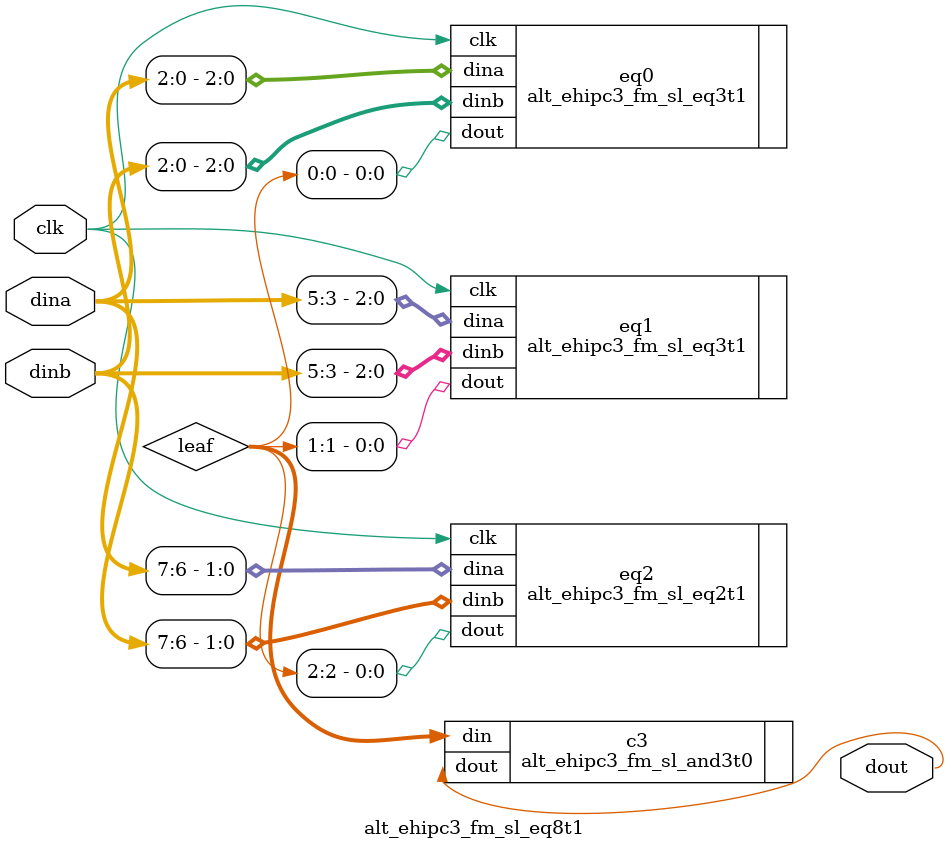
<source format=v>




`timescale 1ps/1ps


module alt_ehipc3_fm_sl_eq8t1 #(
    parameter SIM_EMULATE = 1'b0
) (
    input clk,
    input [7:0] dina,
    input [7:0] dinb,
    output dout
);

wire [2:0] leaf;

alt_ehipc3_fm_sl_eq3t1 eq0 (
    .clk(clk),
    .dina(dina[2:0]),
    .dinb(dinb[2:0]),
    .dout(leaf[0])
);

defparam eq0 .SIM_EMULATE = SIM_EMULATE;

alt_ehipc3_fm_sl_eq3t1 eq1 (
    .clk(clk),
    .dina(dina[5:3]),
    .dinb(dinb[5:3]),
    .dout(leaf[1])
);

defparam eq1 .SIM_EMULATE = SIM_EMULATE;

alt_ehipc3_fm_sl_eq2t1 eq2 (
    .clk(clk),
    .dina(dina[7:6]),
    .dinb(dinb[7:6]),
    .dout(leaf[2])
);

defparam eq2 .SIM_EMULATE = SIM_EMULATE;

alt_ehipc3_fm_sl_and3t0 c3 (
    .din(leaf),
    .dout(dout)
);
defparam c3 .SIM_EMULATE = SIM_EMULATE;

endmodule

`ifdef QUESTA_INTEL_OEM
`pragma questa_oem_00 "sj2EnSVIknGz65j61L+DMMO3HDcSN2jhvr55koJ1ECJkPtG0Fw9q9R2fIYYgv2BPR8BrsR+RYKuIJjlYQNmgnXVjvtJtJool3uQURgCFpQL23pok+Wr2TXSNbySMdXxV2gz6CwxUk+0+/rDLrsroCzkAiFw2amgz6Do5tJQltYjCIPqHFj/3UZep9T4dBvB83T//SpBFZzgCz+Lzrx+1A17RXSmjyar6SF3JSJg+7B2G2Bj4IMm00Igd40ialOnIUlZ7b1P+OSuzhnQd9SVsx1hKHBcejJVC2qwO5anHWHptkEFw8PxEzaBR/2Z1Q7RXB54ZSm8t5eplogl5WkHNCHTvB7WTOzXpevK6ItmEkxBNIZ7q25vf483fpm3QvKO9VvFgA4FNF3rPOwrrX3RIIX6M3ODCKH7CJClWRLtoDNCApNami3qmo23cHtijiiV02EV0o1wV5zaRUAEH2Q/kr4aM//LJK4phKY+AryhHxF4LqGTv0G7h8OobCyds3jtZg/ibGAuZBdewe3OronXl3u812MhzF2mjtCI5vNYdseLlrx6rUo/JwbkEopmmo9Zx68iCbH+oTrT+l1lSnCTLpigQBgQQXo21m6d92oHPazgQky+/qwiE0tUeZXCy7grr1oKZ+qiwLq8F8MDkHtfJTILtpAtwm7AeWlAdCun99r4iKWw1OEaYx+KLChPd+LUf1zxwje6TYSSWEf9Oj9/uRNbOxgXyUjayqAd2q+gfFc3BOp3OKe4in1+PiP8JS9qIcC8N4bfqXjr5Fd1sdlezKJtWP+Vg2nqoZx5LbDyVIT+8ovRHSR10c9R/8MMQzIUXwSOW4DQq9ZsSmKj5v6vltUjoJNRHFjAgzaMW0AcBVNFd1DUwIYYuQ2XnOY5Nsk3S0FAu/C5e/2/AXMahsz2t5+EZALAM3eYzvhP5Km1uQeqZKuLhmvzbaH7H4B95pGnWKWsydXFW+7tKICNIOL59jgmT/U8YOK0/YGLvjUog/EpyoqjXNa4lFD/uRnrmVQdV"
`endif
</source>
